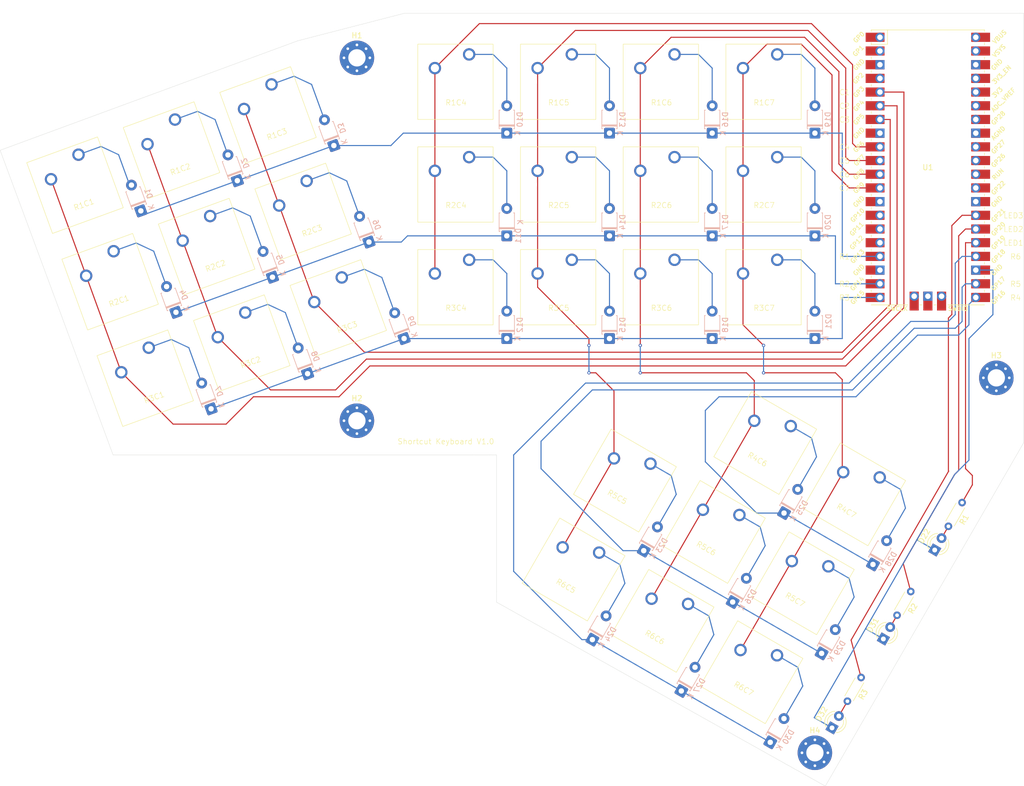
<source format=kicad_pcb>
(kicad_pcb (version 20241229) (generator "pcbnew") (generator_version "9.0")
  (layers (0 "F.Cu" signal) (2 "B.Cu" signal) (13 "F.Paste" user) (15 "B.Paste" user) (5 "F.SilkS" user "F.Silkscreen") (7 "B.SilkS" user "B.Silkscreen") (1 "F.Mask" user) (3 "B.Mask" user) (25 "Edge.Cuts" user))
  (net 0 "")
  (net 1 "Row1")
  (net 2 "Net-(D1-A)")
  (net 3 "Net-(D2-A)")
  (net 4 "Net-(D3-A)")
  (net 5 "Net-(D4-A)")
  (net 6 "Row2")
  (net 7 "Net-(D5-A)")
  (net 8 "Net-(D6-A)")
  (net 9 "Row3")
  (net 10 "Net-(D7-A)")
  (net 11 "Net-(D8-A)")
  (net 12 "Net-(D9-A)")
  (net 13 "Net-(D10-A)")
  (net 14 "Net-(D11-A)")
  (net 15 "Net-(D12-A)")
  (net 16 "Net-(D13-A)")
  (net 17 "Net-(D14-A)")
  (net 18 "Net-(D15-A)")
  (net 19 "Net-(D16-A)")
  (net 20 "Net-(D17-A)")
  (net 21 "Net-(D18-A)")
  (net 22 "Net-(D19-A)")
  (net 23 "Net-(D20-A)")
  (net 24 "Net-(D21-A)")
  (net 25 "Net-(D23-A)")
  (net 26 "Net-(D24-A)")
  (net 27 "Net-(D25-A)")
  (net 28 "Net-(D26-A)")
  (net 29 "Net-(D27-A)")
  (net 30 "Net-(D28-A)")
  (net 31 "Net-(D29-A)")
  (net 32 "Net-(D30-A)")
  (net 33 "Col1")
  (net 34 "Col2")
  (net 35 "Col3")
  (net 36 "Col4")
  (net 37 "Col5")
  (net 42 "Row5")
  (net 43 "Row6")
  (net 49 "Row4")
  (net 57 "Col6")
  (net 60 "Col7")
  (net 69 "GND")
  (net 70 "Net-(D22-A)")
  (net 71 "Net-(D31-A)")
  (net 72 "Net-(D32-A)")
  (net 73 "LED1")
  (net 74 "LED2")
  (net 75 "LED3")
  (footprint "PCM_marbastlib-mx:SW_MX_1u" (layer "F.Cu") (at 78.90073 35.974879 20)
    (property "Reference" "MX3" (hide yes))
    (property "Value" "MX_SW_solder")
  )
  (footprint "MCU_RaspberryPi_and_Boards:RPi_Pico_SMD_TH" (layer "F.Cu") (at 201.295 45.72)
    (property "Reference" "U1")
    (property "Value" "Pico")
  )
  (footprint "PCM_marbastlib-mx:SW_MX_1u" (layer "F.Cu") (at 113.665 29.845)
    (property "Reference" "MX10" (hide yes))
    (property "Value" "MX_SW_solder")
  )
  (footprint "PCM_marbastlib-mx:SW_MX_1u" (layer "F.Cu") (at 171.126404 96.831404 -30)
    (property "Reference" "MX25" (hide yes))
    (property "Value" "MX_SW_solder")
  )
  (footprint "LED_THT:LED_D3.0mm" (layer "F.Cu") (at 202.565 116.694285 60)
    (property "Reference" "D22")
    (property "Value" "LED")
  )
  (footprint "LED_THT:LED_D3.0mm" (layer "F.Cu") (at 183.515 149.689853 60)
    (property "Reference" "D32")
    (property "Value" "LED")
  )
  (footprint "PCM_marbastlib-mx:SW_MX_1u" (layer "F.Cu") (at 178.099188 122.854188 -30)
    (property "Reference" "MX29" (hide yes))
    (property "Value" "MX_SW_solder")
  )
  (footprint "PCM_marbastlib-mx:SW_MX_1u" (layer "F.Cu") (at 132.715 67.945)
    (property "Reference" "MX15" (hide yes))
    (property "Value" "MX_SW_solder")
  )
  (footprint "Resistor_THT:R_Axial_DIN0204_L3.6mm_D1.6mm_P5.08mm_Horizontal" (layer "F.Cu") (at 198.12 124.393251 -120)
    (property "Reference" "R2")
    (property "Value" "R")
  )
  (footprint "PCM_marbastlib-mx:SW_MX_1u" (layer "F.Cu") (at 170.815 29.845)
    (property "Reference" "MX19" (hide yes))
    (property "Value" "MX_SW_solder")
  )
  (footprint "PCM_marbastlib-mx:SW_MX_1u" (layer "F.Cu") (at 151.765 29.845)
    (property "Reference" "MX16" (hide yes))
    (property "Value" "MX_SW_solder")
  )
  (footprint "PCM_marbastlib-mx:SW_MX_1u" (layer "F.Cu") (at 49.613925 66.906991 20)
    (property "Reference" "MX4" (hide yes))
    (property "Value" "MX_SW_solder")
  )
  (footprint "MountingHole:MountingHole_3.2mm_M3_Pad_Via" (layer "F.Cu") (at 95.39 25.4)
    (property "Reference" "H1")
    (property "Value" "MountingHole")
  )
  (footprint "PCM_marbastlib-mx:SW_MX_1u" (layer "F.Cu") (at 151.765 48.895)
    (property "Reference" "MX17" (hide yes))
    (property "Value" "MX_SW_solder")
  )
  (footprint "PCM_marbastlib-mx:SW_MX_1u" (layer "F.Cu") (at 74.030553 78.292651 20)
    (property "Reference" "MX8" (hide yes))
    (property "Value" "MX_SW_solder")
  )
  (footprint "PCM_marbastlib-mx:SW_MX_1u" (layer "F.Cu") (at 145.10362 103.804188 -30)
    (property "Reference" "MX23" (hide yes))
    (property "Value" "MX_SW_solder")
  )
  (footprint "PCM_marbastlib-mx:SW_MX_1u" (layer "F.Cu") (at 151.765 67.945)
    (property "Reference" "MX18" (hide yes))
    (property "Value" "MX_SW_solder")
  )
  (footprint "PCM_marbastlib-mx:SW_MX_1u" (layer "F.Cu") (at 135.57862 120.301972 -30)
    (property "Reference" "MX24" (hide yes))
    (property "Value" "MX_SW_solder")
  )
  (footprint "PCM_marbastlib-mx:SW_MX_1u" (layer "F.Cu") (at 91.931697 71.777167 20)
    (property "Reference" "MX9" (hide yes))
    (property "Value" "MX_SW_solder")
  )
  (footprint "MountingHole:MountingHole_3.2mm_M3_Pad_Via" (layer "F.Cu") (at 213.995 84.76)
    (property "Reference" "H3")
    (property "Value" "MountingHole")
  )
  (footprint "PCM_marbastlib-mx:SW_MX_1u" (layer "F.Cu") (at 170.815 48.895)
    (property "Reference" "MX20" (hide yes))
    (property "Value" "MX_SW_solder")
  )
  (footprint "Resistor_THT:R_Axial_DIN0204_L3.6mm_D1.6mm_P5.08mm_Horizontal" (layer "F.Cu") (at 207.645 107.895467 -120)
    (property "Reference" "R1")
    (property "Value" "R")
  )
  (footprint "PCM_marbastlib-mx:SW_MX_1u" (layer "F.Cu") (at 113.665 48.895)
    (property "Reference" "MX11" (hide yes))
    (property "Value" "MX_SW_solder")
  )
  (footprint "MountingHole:MountingHole_3.2mm_M3_Pad_Via" (layer "F.Cu") (at 95.39 92.71)
    (property "Reference" "H2")
    (property "Value" "MountingHole")
  )
  (footprint "LED_THT:LED_D3.0mm" (layer "F.Cu") (at 193.04 133.192069 60)
    (property "Reference" "D31")
    (property "Value" "LED")
  )
  (footprint "Resistor_THT:R_Axial_DIN0204_L3.6mm_D1.6mm_P5.08mm_Horizontal" (layer "F.Cu") (at 188.9125 140.341109 -120)
    (property "Reference" "R3")
    (property "Value" "R")
  )
  (footprint "PCM_marbastlib-mx:SW_MX_1u" (layer "F.Cu") (at 85.416214 53.876023 20)
    (property "Reference" "MX6" (hide yes))
    (property "Value" "MX_SW_solder")
  )
  (footprint "PCM_marbastlib-mx:SW_MX_1u" (layer "F.Cu") (at 113.665 67.945)
    (property "Reference" "MX12" (hide yes))
    (property "Value" "MX_SW_solder")
  )
  (footprint "PCM_marbastlib-mx:SW_MX_1u" (layer "F.Cu") (at 56.129409 84.808135 20)
    (property "Reference" "MX7" (hide yes))
    (property "Value" "MX_SW_solder")
  )
  (footprint "PCM_marbastlib-mx:SW_MX_1u" (layer "F.Cu") (at 168.574188 139.351972 -30)
    (property "Reference" "MX30" (hide yes))
    (property "Value" "MX_SW_solder")
  )
  (footprint "PCM_marbastlib-mx:SW_MX_1u" (layer "F.Cu") (at 152.076404 129.826972 -30)
    (property "Reference" "MX27" (hide yes))
    (property "Value" "MX_SW_solder")
  )
  (footprint "PCM_marbastlib-mx:SW_MX_1u" (layer "F.Cu") (at 60.999586 42.490362 20)
    (property "Reference" "MX2" (hide yes))
    (property "Value" "MX_SW_solder")
  )
  (footprint "PCM_marbastlib-mx:SW_MX_1u" (layer "F.Cu") (at 161.601404 113.329188 -30)
    (property "Reference" "MX26" (hide yes))
    (property "Value" "MX_SW_solder")
  )
  (footprint "PCM_marbastlib-mx:SW_MX_1u" (layer "F.Cu") (at 170.815 67.945)
    (property "Reference" "MX21" (hide yes))
    (property "Value" "MX_SW_solder")
  )
  (footprint "PCM_marbastlib-mx:SW_MX_1u" (layer "F.Cu") (at 43.098441 49.005846 20)
    (property "Reference" "MX1" (hide yes))
    (property "Value" "MX_SW_solder")
  )
  (footprint "PCM_marbastlib-mx:SW_MX_1u" (layer "F.Cu") (at 67.515069 60.391507 20)
    (property "Reference" "MX5" (hide yes))
    (property "Value" "MX_SW_solder")
  )
  (footprint "PCM_marbastlib-mx:SW_MX_1u" (layer "F.Cu") (at 187.624188 106.356404 -30)
    (property "Reference" "MX28" (hide yes))
    (property "Value" "MX_SW_solder")
  )
  (footprint "PCM_marbastlib-mx:SW_MX_1u" (layer "F.Cu") (at 132.715 48.895)
    (property "Reference" "MX14" (hide yes))
    (property "Value" "MX_SW_solder")
  )
  (footprint "MountingHole:MountingHole_3.2mm_M3_Pad_Via" (layer "F.Cu") (at 180.34 154.305)
    (property "Reference" "H4")
    (property "Value" "MountingHole")
  )
  (footprint "PCM_marbastlib-mx:SW_MX_1u" (layer "F.Cu") (at 132.715 29.845)
    (property "Reference" "MX13" (hide yes))
    (property "Value" "MX_SW_solder")
  )
  (footprint "Diode_THT:D_T-1_P5.08mm_Horizontal" (layer "B.Cu") (at 142.24 39.37 90)
    (property "Reference" "D13")
    (property "Value" "D_Small")
  )
  (footprint "Diode_THT:D_T-1_P5.08mm_Horizontal" (layer "B.Cu") (at 180.34 39.37 90)
    (property "Reference" "D19")
    (property "Value" "D_Small")
  )
  (footprint "Diode_THT:D_T-1_P5.08mm_Horizontal" (layer "B.Cu") (at 148.590012 116.81558 60)
    (property "Reference" "D23")
    (property "Value" "D_Small")
  )
  (footprint "Diode_THT:D_T-1_P5.08mm_Horizontal" (layer "B.Cu") (at 104.140012 77.469998 110)
    (property "Reference" "D9")
    (property "Value" "D_Small")
  )
  (footprint "Diode_THT:D_T-1_P5.08mm_Horizontal" (layer "B.Cu") (at 97.624528 59.568853 110)
    (property "Reference" "D6")
    (property "Value" "D_Small")
  )
  (footprint "Diode_THT:D_T-1_P5.08mm_Horizontal" (layer "B.Cu") (at 139.065012 133.313364 60)
    (property "Reference" "D24")
    (property "Value" "D_Small")
  )
  (footprint "Diode_THT:D_T-1_P5.08mm_Horizontal" (layer "B.Cu") (at 142.24 58.42 90)
    (property "Reference" "D14")
    (property "Value" "D_Small")
  )
  (footprint "Diode_THT:D_T-1_P5.08mm_Horizontal" (layer "B.Cu") (at 86.238867 83.985482 110)
    (property "Reference" "D8")
    (property "Value" "D_Small")
  )
  (footprint "Diode_THT:D_T-1_P5.08mm_Horizontal" (layer "B.Cu") (at 174.612796 109.842796 60)
    (property "Reference" "D25")
    (property "Value" "D_Small")
  )
  (footprint "Diode_THT:D_T-1_P5.08mm_Horizontal" (layer "B.Cu") (at 191.11058 119.367796 60)
    (property "Reference" "D28")
    (property "Value" "D_Small")
  )
  (footprint "Diode_THT:D_T-1_P5.08mm_Horizontal" (layer "B.Cu") (at 161.29 58.42 90)
    (property "Reference" "D17")
    (property "Value" "D_Small")
  )
  (footprint "Diode_THT:D_T-1_P5.08mm_Horizontal" (layer "B.Cu") (at 91.109044 41.667709 110)
    (property "Reference" "D3")
    (property "Value" "D_Small")
  )
  (footprint "Diode_THT:D_T-1_P5.08mm_Horizontal" (layer "B.Cu") (at 180.34 77.47 90)
    (property "Reference" "D21")
    (property "Value" "D_Small")
  )
  (footprint "Diode_THT:D_T-1_P5.08mm_Horizontal" (layer "B.Cu") (at 172.06058 152.363364 60)
    (property "Reference" "D30")
    (property "Value" "D_Small")
  )
  (footprint "Diode_THT:D_T-1_P5.08mm_Horizontal" (layer "B.Cu") (at 165.087796 126.34058 60)
    (property "Reference" "D26")
    (property "Value" "D_Small")
  )
  (footprint "Diode_THT:D_T-1_P5.08mm_Horizontal" (layer "B.Cu") (at 73.2079 48.183193 110)
    (property "Reference" "D2")
    (property "Value" "D_Small")
  )
  (footprint "Diode_THT:D_T-1_P5.08mm_Horizontal" (layer "B.Cu") (at 123.19 77.47 90)
    (property "Reference" "D12")
    (property "Value" "D_Small")
  )
  (footprint "Diode_THT:D_T-1_P5.08mm_Horizontal" (layer "B.Cu") (at 61.822239 72.599821 110)
    (property "Reference" "D4")
    (property "Value" "D_Small")
  )
  (footprint "Diode_THT:D_T-1_P5.08mm_Horizontal" (layer "B.Cu") (at 161.29 77.47 90)
    (property "Reference" "D18")
    (property "Value" "D_Small")
  )
  (footprint "Diode_THT:D_T-1_P5.08mm_Horizontal" (layer "B.Cu") (at 180.34 58.42 90)
    (property "Reference" "D20")
    (property "Value" "D_Small")
  )
  (footprint "Diode_THT:D_T-1_P5.08mm_Horizontal" (layer "B.Cu") (at 155.562796 142.838364 60)
    (property "Reference" "D27")
    (property "Value" "D_Small")
  )
  (footprint "Diode_THT:D_T-1_P5.08mm_Horizontal" (layer "B.Cu") (at 181.58558 135.86558 60)
    (property "Reference" "D29")
    (property "Value" "D_Small")
  )
  (footprint "Diode_THT:D_T-1_P5.08mm_Horizontal" (layer "B.Cu") (at 123.19 39.37 90)
    (property "Reference" "D10")
    (property "Value" "D_Small")
  )
  (footprint "Diode_THT:D_T-1_P5.08mm_Horizontal" (layer "B.Cu") (at 79.723383 66.084337 110)
    (property "Reference" "D5")
    (property "Value" "D_Small")
  )
  (footprint "Diode_THT:D_T-1_P5.08mm_Horizontal" (layer "B.Cu") (at 68.337723 90.500965 110)
    (property "Reference" "D7")
    (property "Value" "D_Small")
  )
  (footprint "Diode_THT:D_T-1_P5.08mm_Horizontal" (layer "B.Cu") (at 123.19 58.42 90)
    (property "Reference" "D11")
    (property "Value" "D_Small")
  )
  (footprint "Diode_THT:D_T-1_P5.08mm_Horizontal" (layer "B.Cu") (at 55.306755 53.779485 110)
    (property "Reference" "D1")
    (property "Value" "D_Small")
  )
  (footprint "Diode_THT:D_T-1_P5.08mm_Horizontal" (layer "B.Cu") (at 142.24 77.47 90)
    (property "Reference" "D15")
    (property "Value" "D_Small")
  )
  (footprint "Diode_THT:D_T-1_P5.08mm_Horizontal" (layer "B.Cu") (at 161.29 39.37 90)
    (property "Reference" "D16")
    (property "Value" "D_Small")
  )
  (gr_line (start 185.42 102.235) (end 185.42 85.09) (stroke (width 0.2)) (layer "F.Cu") (net 60))
  (gr_poly (pts (xy 52.046495 38.331349) (xy 65.174001 33.553328) (xy 69.952022 46.680834) (xy 56.824516 51.458855)) (stroke (width 0.1)) (fill no) (layer "F.SilkS"))
  (gr_poly (pts (xy 185.069409 96.823842) (xy 197.167784 103.808842) (xy 190.182784 115.907217) (xy 178.084409 108.922217)) (stroke (width 0.1)) (fill no) (layer "F.SilkS"))
  (gr_rect (start 106.68 22.86) (end 120.65 36.83) (stroke (width 0.1)) (fill no) (layer "F.SilkS"))
  (gr_poly (pts (xy 142.548842 94.271626) (xy 154.647217 101.256626) (xy 147.662217 113.355) (xy 135.563842 106.37)) (stroke (width 0.1)) (fill no) (layer "F.SilkS"))
  (gr_poly (pts (xy 40.660834 62.747977) (xy 53.78834 57.969956) (xy 58.566361 71.097462) (xy 45.438855 75.875483)) (stroke (width 0.1)) (fill no) (layer "F.SilkS"))
  (gr_poly (pts (xy 65.077462 74.133638) (xy 78.204968 69.355617) (xy 82.982989 82.483123) (xy 69.855483 87.261144)) (stroke (width 0.1)) (fill no) (layer "F.SilkS"))
  (gr_rect (start 125.73 22.86) (end 139.7 36.83) (stroke (width 0.1)) (fill no) (layer "F.SilkS"))
  (gr_rect (start 106.68 41.91) (end 120.65 55.88) (stroke (width 0.1)) (fill no) (layer "F.SilkS"))
  (gr_rect (start 144.78 60.96) (end 158.75 74.93) (stroke (width 0.1)) (fill no) (layer "F.SilkS"))
  (gr_poly (pts (xy 82.978606 67.618154) (xy 96.106112 62.840133) (xy 100.884134 75.967639) (xy 87.756628 80.74566)) (stroke (width 0.1)) (fill no) (layer "F.SilkS"))
  (gr_poly (pts (xy 34.14535 44.846833) (xy 47.272856 40.068812) (xy 52.050878 53.196318) (xy 38.923372 57.974339)) (stroke (width 0.1)) (fill no) (layer "F.SilkS"))
  (gr_poly (pts (xy 175.544409 113.321626) (xy 187.642784 120.306626) (xy 180.657784 132.405) (xy 168.559409 125.42)) (stroke (width 0.1)) (fill no) (layer "F.SilkS"))
  (gr_poly (pts (xy 159.046626 103.796626) (xy 171.145 110.781626) (xy 164.16 122.88) (xy 152.061626 115.895)) (stroke (width 0.1)) (fill no) (layer "F.SilkS"))
  (gr_poly (pts (xy 166.019409 129.819409) (xy 178.117784 136.804409) (xy 171.132784 148.902784) (xy 159.034409 141.917784)) (stroke (width 0.1)) (fill no) (layer "F.SilkS"))
  (gr_rect (start 144.78 22.86) (end 158.75 36.83) (stroke (width 0.1)) (fill no) (layer "F.SilkS"))
  (gr_rect (start 144.78 41.91) (end 158.75 55.88) (stroke (width 0.1)) (fill no) (layer "F.SilkS"))
  (gr_poly (pts (xy 149.521626 120.294409) (xy 161.62 127.279409) (xy 154.635 139.377784) (xy 142.536626 132.392784)) (stroke (width 0.1)) (fill no) (layer "F.SilkS"))
  (gr_poly (pts (xy 168.571626 87.298842) (xy 180.67 94.283842) (xy 173.685 106.382217) (xy 161.586626 99.397217)) (stroke (width 0.1)) (fill no) (layer "F.SilkS"))
  (gr_rect (start 163.83 41.91) (end 177.8 55.88) (stroke (width 0.1)) (fill no) (layer "F.SilkS"))
  (gr_rect (start 163.83 60.96) (end 177.8 74.93) (stroke (width 0.1)) (fill no) (layer "F.SilkS"))
  (gr_poly (pts (xy 58.561978 56.232494) (xy 71.689484 51.454472) (xy 76.467506 64.581978) (xy 63.34 69.36)) (stroke (width 0.1)) (fill no) (layer "F.SilkS"))
  (gr_poly (pts (xy 76.463123 49.71701) (xy 89.590629 44.938989) (xy 94.36865 58.066495) (xy 81.241144 62.844516)) (stroke (width 0.1)) (fill no) (layer "F.SilkS"))
  (gr_rect (start 125.73 60.96) (end 139.7 74.93) (stroke (width 0.1)) (fill no) (layer "F.SilkS"))
  (gr_rect (start 163.83 22.86) (end 177.8 36.83) (stroke (width 0.1)) (fill no) (layer "F.SilkS"))
  (gr_rect (start 106.68 60.96) (end 120.65 74.93) (stroke (width 0.1)) (fill no) (layer "F.SilkS"))
  (gr_poly (pts (xy 133.023842 110.769409) (xy 145.122217 117.754409) (xy 138.137217 129.852784) (xy 126.038842 122.867784)) (stroke (width 0.1)) (fill no) (layer "F.SilkS"))
  (gr_rect (start 125.73 41.91) (end 139.7 55.88) (stroke (width 0.1)) (fill no) (layer "F.SilkS"))
  (gr_poly (pts (xy 69.947639 31.815866) (xy 83.075145 27.037844) (xy 87.853166 40.16535) (xy 74.72566 44.943372)) (stroke (width 0.1)) (fill no) (layer "F.SilkS"))
  (gr_poly (pts (xy 47.176318 80.649122) (xy 60.303824 75.8711) (xy 65.081845 88.998606) (xy 51.954339 93.776628)) (stroke (width 0.1)) (fill no) (layer "F.SilkS"))
  (gr_line (start 182.275 160.485) (end 219.095 96.745) (stroke (width 0.05)) (layer "Edge.Cuts"))
  (gr_line (start 29.21 42.545) (end 84.455 22.225) (stroke (width 0.05)) (layer "Edge.Cuts"))
  (gr_line (start 174.625 156.21) (end 182.275 160.485) (stroke (width 0.05)) (layer "Edge.Cuts"))
  (gr_line (start 50.165 99.06) (end 116.84 99.06) (stroke (width 0.05)) (layer "Edge.Cuts"))
  (gr_line (start 84.455 22.225) (end 104.14 17.145) (stroke (width 0.05)) (layer "Edge.Cuts"))
  (gr_line (start 116.84 99.06) (end 120.015 99.06) (stroke (width 0.05)) (layer "Edge.Cuts"))
  (gr_line (start 29.21 42.545) (end 50.165 99.06) (stroke (width 0.05)) (layer "Edge.Cuts"))
  (gr_line (start 120.015 99.06) (end 121.285 99.06) (stroke (width 0.05)) (layer "Edge.Cuts"))
  (gr_line (start 121.285 126.365) (end 174.625 156.21) (stroke (width 0.05)) (layer "Edge.Cuts"))
  (gr_line (start 219.095 96.745) (end 219.075 17.145) (stroke (width 0.05)) (layer "Edge.Cuts"))
  (gr_line (start 121.285 124.46) (end 121.285 126.365) (stroke (width 0.05)) (layer "Edge.Cuts"))
  (gr_line (start 121.285 99.06) (end 121.285 124.46) (stroke (width 0.05)) (layer "Edge.Cuts"))
  (gr_line (start 104.14 17.145) (end 218.44 17.145) (stroke (width 0.05)) (layer "Edge.Cuts"))
  (gr_line (start 219.075 17.145) (end 218.44 17.145) (stroke (width 0.05)) (layer "Edge.Cuts"))
  (gr_text "R1C6" (at 149.86 34.29 0) (layer "F.SilkS") (effects (font (size 1 1) (thickness 0.1)) (justify left bottom)))
  (gr_text "R3C2" (at 73.982112 83.136805 20) (layer "F.SilkS") (effects (font (size 1 1) (thickness 0.1)) (justify left bottom)))
  (gr_text "C6" (at 184.785 47.625 0) (layer "F.SilkS") (effects (font (size 1 1) (thickness 0.1)) (justify left bottom)))
  (gr_text "R2C1" (at 49.565484 71.751145 20) (layer "F.SilkS") (effects (font (size 1 1) (thickness 0.1)) (justify left bottom)))
  (gr_text "R4C7" (at 184.15 108.922217 330) (layer "F.SilkS") (effects (font (size 1 1) (thickness 0.1)) (justify left bottom)))
  (gr_text "C1" (at 184.785 32.385 0) (layer "F.SilkS") (effects (font (size 1 1) (thickness 0.1)) (justify left bottom)))
  (gr_text "C4" (at 184.785 42.545 0) (layer "F.SilkS") (effects (font (size 1 1) (thickness 0.1)) (justify left bottom)))
  (gr_text "R2C4" (at 111.76 53.34 0) (layer "F.SilkS") (effects (font (size 1 1) (thickness 0.1)) (justify left bottom)))
  (gr_text "R6C6" (at 148.602216 132.392785 330) (layer "F.SilkS") (effects (font (size 1 1) (thickness 0.1)) (justify left bottom)))
  (gr_text "R3C3" (at 91.883256 76.621322 20) (layer "F.SilkS") (effects (font (size 1 1) (thickness 0.1)) (justify left bottom)))
  (gr_text "R5C7" (at 174.625 125.420001 330) (layer "F.SilkS") (effects (font (size 1 1) (thickness 0.1)) (justify left bottom)))
  (gr_text "LED1" (at 215.265 60.325 0) (layer "F.SilkS") (effects (font (size 1 1) (thickness 0.1)) (justify left bottom)))
  (gr_text "R1C7" (at 168.91 34.29 0) (layer "F.SilkS") (effects (font (size 1 1) (thickness 0.1)) (justify left bottom)))
  (gr_text "Shortcut Keyboard V1.0" (at 102.87 97.155 0) (layer "F.SilkS") (effects (font (size 1 1) (thickness 0.1)) (justify left bottom)))
  (gr_text "C3" (at 184.785 37.465 0) (layer "F.SilkS") (effects (font (size 1 1) (thickness 0.1)) (justify left bottom)))
  (gr_text "R2" (at 184.785 67.945 0) (layer "F.SilkS") (effects (font (size 1 1) (thickness 0.1)) (justify left bottom)))
  (gr_text "R5C6" (at 158.127216 115.895001 330) (layer "F.SilkS") (effects (font (size 1 1) (thickness 0.1)) (justify left bottom)))
  (gr_text "R4" (at 216.535 70.485 0) (layer "F.SilkS") (effects (font (size 1 1) (thickness 0.1)) (justify left bottom)))
  (gr_text "R4C6" (at 167.652216 99.397217 330) (layer "F.SilkS") (effects (font (size 1 1) (thickness 0.1)) (justify left bottom)))
  (gr_text "R1C5" (at 130.81 34.29 0) (layer "F.SilkS") (effects (font (size 1 1) (thickness 0.1)) (justify left bottom)))
  (gr_text "R3" (at 184.785 70.485 0) (layer "F.SilkS") (effects (font (size 1 1) (thickness 0.1)) (justify left bottom)))
  (gr_text "R2C7" (at 168.91 53.34 0) (layer "F.SilkS") (effects (font (size 1 1) (thickness 0.1)) (justify left bottom)))
  (gr_text "R1C2" (at 60.951144 47.334516 20) (layer "F.SilkS") (effects (font (size 1 1) (thickness 0.1)) (justify left bottom)))
  (gr_text "R3C6" (at 149.86 72.39 0) (layer "F.SilkS") (effects (font (size 1 1) (thickness 0.1)) (justify left bottom)))
  (gr_text "C2" (at 184.785 34.925 0) (layer "F.SilkS") (effects (font (size 1 1) (thickness 0.1)) (justify left bottom)))
  (gr_text "LED2" (at 215.265 57.785 0) (layer "F.SilkS") (effects (font (size 1 1) (thickness 0.1)) (justify left bottom)))
  (gr_text "R6" (at 216.535 62.865 0) (layer "F.SilkS") (effects (font (size 1 1) (thickness 0.1)) (justify left bottom)))
  (gr_text "R1" (at 184.785 62.865 0) (layer "F.SilkS") (effects (font (size 1 1) (thickness 0.1)) (justify left bottom)))
  (gr_text "R2C2" (at 67.466628 65.235661 20) (layer "F.SilkS") (effects (font (size 1 1) (thickness 0.1)) (justify left bottom)))
  (gr_text "R1C1" (at 43.05 53.85 20) (layer "F.SilkS") (effects (font (size 1 1) (thickness 0.1)) (justify left bottom)))
  (gr_text "R2C3" (at 85.367773 58.720177 20) (layer "F.SilkS") (effects (font (size 1 1) (thickness 0.1)) (justify left bottom)))
  (gr_text "R3C7" (at 168.91 72.39 0) (layer "F.SilkS") (effects (font (size 1 1) (thickness 0.1)) (justify left bottom)))
  (gr_text "R2C6" (at 149.86 53.34 0) (layer "F.SilkS") (effects (font (size 1 1) (thickness 0.1)) (justify left bottom)))
  (gr_text "R5" (at 216.535 67.945 0) (layer "F.SilkS") (effects (font (size 1 1) (thickness 0.1)) (justify left bottom)))
  (gr_text "R5C5" (at 141.629432 106.370001 330) (layer "F.SilkS") (effects (font (size 1 1) (thickness 0.1)) (justify left bottom)))
  (gr_text "R2C5" (at 130.81 53.34 0) (layer "F.SilkS") (effects (font (size 1 1) (thickness 0.1)) (justify left bottom)))
  (gr_text "R6C5" (at 132.104432 122.867785 330) (layer "F.SilkS") (effects (font (size 1 1) (thickness 0.1)) (justify left bottom)))
  (gr_text "R1C3" (at 78.852289 40.819033 20) (layer "F.SilkS") (effects (font (size 1 1) (thickness 0.1)) (justify left bottom)))
  (gr_text "R3C4" (at 111.76 72.39 0) (layer "F.SilkS") (effects (font (size 1 1) (thickness 0.1)) (justify left bottom)))
  (gr_text "R6C7" (at 165.1 141.917785 330) (layer "F.SilkS") (effects (font (size 1 1) (thickness 0.1)) (justify left bottom)))
  (gr_text "C5" (at 184.785 45.085 0) (layer "F.SilkS") (effects (font (size 1 1) (thickness 0.1)) (justify left bottom)))
  (gr_text "R3C1" (at 56.080968 89.652289 20) (layer "F.SilkS") (effects (font (size 1 1) (thickness 0.1)) (justify left bottom)))
  (gr_text "C7" (at 184.785 50.165 0) (layer "F.SilkS") (effects (font (size 1 1) (thickness 0.1)) (justify left bottom)))
  (gr_text "R3C5" (at 130.81 72.39 0) (layer "F.SilkS") (effects (font (size 1 1) (thickness 0.1)) (justify left bottom)))
  (gr_text "LED3" (at 215.265 55.245 0) (layer "F.SilkS") (effects (font (size 1 1) (thickness 0.1)) (justify left bottom)))
  (gr_text "R1C4" (at 111.76 34.29 0) (layer "F.SilkS") (effects (font (size 1 1) (thickness 0.1)) (justify left bottom)))
  (segment (start 161.29 39.37) (end 180.34 39.37) (width 0.2) (layer "B.Cu") (net 1))
  (segment (start 185.42 62.23) (end 192.405 62.23) (width 0.2) (layer "B.Cu") (net 1))
  (segment (start 123.19 39.37) (end 142.24 39.37) (width 0.2) (layer "B.Cu") (net 1))
  (segment (start 101.657709 41.667709) (end 101.675 41.685) (width 0.2) (layer "B.Cu") (net 1))
  (segment (start 185.42 39.37) (end 185.42 62.23) (width 0.2) (layer "B.Cu") (net 1))
  (segment (start 101.675 41.685) (end 103.99 39.37) (width 0.2) (layer "B.Cu") (net 1))
  (segment (start 73.2079 48.183193) (end 91.109044 41.667709) (width 0.2) (layer "B.Cu") (net 1))
  (segment (start 180.34 39.37) (end 185.42 39.37) (width 0.2) (layer "B.Cu") (net 1))
  (segment (start 91.109044 41.667709) (end 101.657709 41.667709) (width 0.2) (layer "B.Cu") (net 1))
  (segment (start 103.99 39.37) (end 123.19 39.37) (width 0.2) (layer "B.Cu") (net 1))
  (segment (start 142.24 39.37) (end 161.29 39.37) (width 0.2) (layer "B.Cu") (net 1))
  (segment (start 55.306755 54.698676) (end 73.2079 48.183193) (width 0.2) (layer "B.Cu") (net 1))
  (segment (start 43.747798 43.363476) (end 47.924732 41.843197) (width 0.2) (layer "B.Cu") (net 2))
  (segment (start 51.180282 43.361285) (end 53.569293 49.925038) (width 0.2) (layer "B.Cu") (net 2))
  (segment (start 47.924732 41.843197) (end 51.180282 43.361285) (width 0.2) (layer "B.Cu") (net 2))
  (segment (start 69.081427 36.845801) (end 71.470437 43.409554) (width 0.2) (layer "B.Cu") (net 3))
  (segment (start 65.825876 35.327713) (end 69.081427 36.845801) (width 0.2) (layer "B.Cu") (net 3))
  (segment (start 61.648943 36.847993) (end 65.825876 35.327713) (width 0.2) (layer "B.Cu") (net 3))
  (segment (start 83.727021 28.812229) (end 86.982571 30.330318) (width 0.2) (layer "B.Cu") (net 4))
  (segment (start 79.550087 30.332509) (end 83.727021 28.812229) (width 0.2) (layer "B.Cu") (net 4))
  (segment (start 86.982571 30.330318) (end 89.371582 36.89407) (width 0.2) (layer "B.Cu") (net 4))
  (segment (start 57.695766 61.262429) (end 60.084777 67.826182) (width 0.2) (layer "B.Cu") (net 5))
  (segment (start 54.440216 59.744341) (end 57.695766 61.262429) (width 0.2) (layer "B.Cu") (net 5))
  (segment (start 50.263282 61.264621) (end 54.440216 59.744341) (width 0.2) (layer "B.Cu") (net 5))
  (segment (start 184.15 58.42) (end 184.15 67.31) (width 0.2) (layer "B.Cu") (net 6))
  (segment (start 61.822239 72.599821) (end 79.723383 66.084337) (width 0.2) (layer "B.Cu") (net 6))
  (segment (start 142.24 58.42) (end 161.29 58.42) (width 0.2) (layer "B.Cu") (net 6))
  (segment (start 180.34 58.42) (end 184.15 58.42) (width 0.2) (layer "B.Cu") (net 6))
  (segment (start 103.626147 59.568853) (end 104.775 58.42) (width 0.2) (layer "B.Cu") (net 6))
  (segment (start 184.15 67.31) (end 192.405 67.31) (width 0.2) (layer "B.Cu") (net 6))
  (segment (start 104.775 58.42) (end 123.19 58.42) (width 0.2) (layer "B.Cu") (net 6))
  (segment (start 161.29 58.42) (end 180.34 58.42) (width 0.2) (layer "B.Cu") (net 6))
  (segment (start 123.19 58.42) (end 142.24 58.42) (width 0.2) (layer "B.Cu") (net 6))
  (segment (start 97.624528 59.568853) (end 103.626147 59.568853) (width 0.2) (layer "B.Cu") (net 6))
  (segment (start 79.723383 66.084337) (end 97.624528 59.568853) (width 0.2) (layer "B.Cu") (net 6))
  (segment (start 75.59691 54.746946) (end 77.985921 61.310699) (width 0.2) (layer "B.Cu") (net 7))
  (segment (start 68.164426 54.749137) (end 72.34136 53.228858) (width 0.2) (layer "B.Cu") (net 7))
  (segment (start 72.34136 53.228858) (end 75.59691 54.746946) (width 0.2) (layer "B.Cu") (net 7))
  (segment (start 93.498055 48.231462) (end 95.887066 54.795215) (width 0.2) (layer "B.Cu") (net 8))
  (segment (start 90.242504 46.713374) (end 93.498055 48.231462) (width 0.2) (layer "B.Cu") (net 8))
  (segment (start 86.065571 48.233653) (end 90.242504 46.713374) (width 0.2) (layer "B.Cu") (net 8))
  (segment (start 185.42 69.85) (end 192.405 69.85) (width 0.2) (layer "B.Cu") (net 9))
  (segment (start 185.42 77.47) (end 185.42 69.85) (width 0.2) (layer "B.Cu") (net 9))
  (segment (start 161.29 77.47) (end 180.34 77.47) (width 0.2) (layer "B.Cu") (net 9))
  (segment (start 142.24 77.47) (end 161.29 77.47) (width 0.2) (layer "B.Cu") (net 9))
  (segment (start 68.337723 90.500965) (end 86.238867 83.985482) (width 0.2) (layer "B.Cu") (net 9))
  (segment (start 180.34 77.47) (end 185.42 77.47) (width 0.2) (layer "B.Cu") (net 9))
  (segment (start 123.19 77.47) (end 142.24 77.47) (width 0.2) (layer "B.Cu") (net 9))
  (segment (start 86.238867 83.985482) (end 104.140012 77.469998) (width 0.2) (layer "B.Cu") (net 9))
  (segment (start 123.189998 77.469998) (end 123.19 77.47) (width 0.2) (layer "B.Cu") (net 9))
  (segment (start 104.140012 77.469998) (end 123.189998 77.469998) (width 0.2) (layer "B.Cu") (net 9))
  (segment (start 60.955699 77.645486) (end 64.21125 79.163574) (width 0.2) (layer "B.Cu") (net 10))
  (segment (start 56.778766 79.165765) (end 60.955699 77.645486) (width 0.2) (layer "B.Cu") (net 10))
  (segment (start 64.21125 79.163574) (end 66.60026 85.727327) (width 0.2) (layer "B.Cu") (net 10))
  (segment (start 82.112394 72.64809) (end 84.501405 79.211843) (width 0.2) (layer "B.Cu") (net 11))
  (segment (start 74.67991 72.650282) (end 78.856844 71.130002) (width 0.2) (layer "B.Cu") (net 11))
  (segment (start 78.856844 71.130002) (end 82.112394 72.64809) (width 0.2) (layer "B.Cu") (net 11))
  (segment (start 100.013539 66.132606) (end 102.402549 72.696359) (width 0.2) (layer "B.Cu") (net 12))
  (segment (start 92.581054 66.134798) (end 96.757988 64.614518) (width 0.2) (layer "B.Cu") (net 12))
  (segment (start 96.757988 64.614518) (end 100.013539 66.132606) (width 0.2) (layer "B.Cu") (net 12))
  (segment (start 123.19 27.305) (end 123.19 34.29) (width 0.2) (layer "B.Cu") (net 13))
  (segment (start 120.65 24.765) (end 123.19 27.305) (width 0.2) (layer "B.Cu") (net 13))
  (segment (start 116.205 24.765) (end 120.65 24.765) (width 0.2) (layer "B.Cu") (net 13))
  (segment (start 123.19 46.355) (end 123.19 53.34) (width 0.2) (layer "B.Cu") (net 14))
  (segment (start 120.65 43.815) (end 123.19 46.355) (width 0.2) (layer "B.Cu") (net 14))
  (segment (start 116.205 43.815) (end 120.65 43.815) (width 0.2) (layer "B.Cu") (net 14))
  (segment (start 116.205 62.865) (end 120.65 62.865) (width 0.2) (layer "B.Cu") (net 15))
  (segment (start 120.65 62.865) (end 123.19 65.405) (width 0.2) (layer "B.Cu") (net 15))
  (segment (start 123.19 65.405) (end 123.19 72.39) (width 0.2) (layer "B.Cu") (net 15))
  (segment (start 142.24 27.305) (end 142.24 34.29) (width 0.2) (layer "B.Cu") (net 16))
  (segment (start 135.255 24.765) (end 139.7 24.765) (width 0.2) (layer "B.Cu") (net 16))
  (segment (start 139.7 24.765) (end 142.24 27.305) (width 0.2) (layer "B.Cu") (net 16))
  (segment (start 139.7 43.815) (end 142.24 46.355) (width 0.2) (layer "B.Cu") (net 17))
  (segment (start 142.24 46.355) (end 142.24 53.34) (width 0.2) (layer "B.Cu") (net 17))
  (segment (start 135.255 43.815) (end 139.7 43.815) (width 0.2) (layer "B.Cu") (net 17))
  (segment (start 139.7 62.865) (end 142.24 65.405) (width 0.2) (layer "B.Cu") (net 18))
  (segment (start 135.255 62.865) (end 139.7 62.865) (width 0.2) (layer "B.Cu") (net 18))
  (segment (start 142.24 65.405) (end 142.24 72.39) (width 0.2) (layer "B.Cu") (net 18))
  (segment (start 154.305 24.765) (end 158.75 24.765) (width 0.2) (layer "B.Cu") (net 19))
  (segment (start 158.75 24.765) (end 161.29 27.305) (width 0.2) (layer "B.Cu") (net 19))
  (segment (start 161.29 27.305) (end 161.29 34.29) (width 0.2) (layer "B.Cu") (net 19))
  (segment (start 158.75 43.815) (end 161.29 46.355) (width 0.2) (layer "B.Cu") (net 20))
  (segment (start 161.29 46.355) (end 161.29 53.34) (width 0.2) (layer "B.Cu") (net 20))
  (segment (start 154.305 43.815) (end 158.75 43.815) (width 0.2) (layer "B.Cu") (net 20))
  (segment (start 154.305 62.865) (end 158.75 62.865) (width 0.2) (layer "B.Cu") (net 21))
  (segment (start 161.29 65.405) (end 161.29 72.39) (width 0.2) (layer "B.Cu") (net 21))
  (segment (start 158.75 62.865) (end 161.29 65.405) (width 0.2) (layer "B.Cu") (net 21))
  (segment (start 180.34 27.305) (end 180.34 34.29) (width 0.2) (layer "B.Cu") (net 22))
  (segment (start 173.355 24.765) (end 177.8 24.765) (width 0.2) (layer "B.Cu") (net 22))
  (segment (start 177.8 24.765) (end 180.34 27.305) (width 0.2) (layer "B.Cu") (net 22))
  (segment (start 173.355 43.815) (end 177.8 43.815) (width 0.2) (layer "B.Cu") (net 23))
  (segment (start 177.8 43.815) (end 180.34 46.355) (width 0.2) (layer "B.Cu") (net 23))
  (segment (start 180.34 46.355) (end 180.34 53.34) (width 0.2) (layer "B.Cu") (net 23))
  (segment (start 177.8 62.865) (end 180.34 65.405) (width 0.2) (layer "B.Cu") (net 24))
  (segment (start 173.355 62.865) (end 177.8 62.865) (width 0.2) (layer "B.Cu") (net 24))
  (segment (start 180.34 65.405) (end 180.34 72.39) (width 0.2) (layer "B.Cu") (net 24))
  (segment (start 153.692808 102.897279) (end 154.622512 106.366984) (width 0.2) (layer "B.Cu") (net 25))
  (segment (start 149.843325 100.674779) (end 153.692808 102.897279) (width 0.2) (layer "B.Cu") (net 25))
  (segment (start 154.622512 106.366984) (end 151.130012 112.416171) (width 0.2) (layer "B.Cu") (net 25))
  (segment (start 145.097512 122.864767) (end 141.605012 128.913955) (width 0.2) (layer "B.Cu") (net 26))
  (segment (start 144.167808 119.395063) (end 145.097512 122.864767) (width 0.2) (layer "B.Cu") (net 26))
  (segment (start 140.318325 117.172563) (end 144.167808 119.395063) (width 0.2) (layer "B.Cu") (net 26))
  (segment (start 175.866109 93.701995) (end 179.715591 95.924495) (width 0.2) (layer "B.Cu") (net 27))
  (segment (start 180.645296 99.3942) (end 177.152796 105.443387) (width 0.2) (layer "B.Cu") (net 27))
  (segment (start 179.715591 95.924495) (end 180.645296 99.3942) (width 0.2) (layer "B.Cu") (net 27))
  (segment (start 166.341109 110.199779) (end 170.190591 112.422279) (width 0.2) (layer "B.Cu") (net 28))
  (segment (start 171.120296 115.891984) (end 167.627796 121.941171) (width 0.2) (layer "B.Cu") (net 28))
  (segment (start 170.190591 112.422279) (end 171.120296 115.891984) (width 0.2) (layer "B.Cu") (net 28))
  (segment (start 156.816109 126.697563) (end 160.665591 128.920063) (width 0.2) (layer "B.Cu") (net 29))
  (segment (start 160.665591 128.920063) (end 161.595296 132.389767) (width 0.2) (layer "B.Cu") (net 29))
  (segment (start 161.595296 132.389767) (end 158.102796 138.438955) (width 0.2) (layer "B.Cu") (net 29))
  (segment (start 196.213375 105.449495) (end 192.363892 103.226995) (width 0.2) (layer "B.Cu") (net 30))
  (segment (start 193.65058 114.968387) (end 197.14308 108.9192) (width 0.2) (layer "B.Cu") (net 30))
  (segment (start 197.14308 108.9192) (end 196.213375 105.449495) (width 0.2) (layer "B.Cu") (net 30))
  (segment (start 182.838892 119.724779) (end 186.688375 121.947279) (width 0.2) (layer "B.Cu") (net 31))
  (segment (start 187.61808 125.416984) (end 184.12558 131.466171) (width 0.2) (layer "B.Cu") (net 31))
  (segment (start 186.688375 121.947279) (end 187.61808 125.416984) (width 0.2) (layer "B.Cu") (net 31))
  (segment (start 173.313892 136.222563) (end 177.163375 138.445063) (width 0.2) (layer "B.Cu") (net 32))
  (segment (start 177.163375 138.445063) (end 178.09308 141.914767) (width 0.2) (layer "B.Cu") (net 32))
  (segment (start 178.09308 141.914767) (end 174.60058 147.963955) (width 0.2) (layer "B.Cu") (net 32))
  (segment (start 76.2 88.265) (end 92.075 88.265) (width 0.2) (layer "F.Cu") (net 33))
  (segment (start 51.680449 83.724412) (end 61.301037 93.345) (width 0.2) (layer "F.Cu") (net 33))
  (segment (start 71.12 93.345) (end 76.2 88.265) (width 0.2) (layer "F.Cu") (net 33))
  (segment (start 186.055 82.55) (end 196.85 71.755) (width 0.2) (layer "F.Cu") (net 33))
  (segment (start 97.79 82.55) (end 186.055 82.55) (width 0.2) (layer "F.Cu") (net 33))
  (segment (start 45.164965 65.823268) (end 51.680449 83.724412) (width 0.2) (layer "F.Cu") (net 33))
  (segment (start 92.075 88.265) (end 97.79 82.55) (width 0.2) (layer "F.Cu") (net 33))
  (segment (start 61.301037 93.345) (end 71.12 93.345) (width 0.2) (layer "F.Cu") (net 33))
  (segment (start 196.85 31.75) (end 192.405 31.75) (width 0.2) (layer "F.Cu") (net 33))
  (segment (start 38.649481 47.922124) (end 45.164965 65.823268) (width 0.2) (layer "F.Cu") (net 33))
  (segment (start 196.85 71.755) (end 196.85 31.75) (width 0.2) (layer "F.Cu") (net 33))
  (segment (start 69.581593 77.208928) (end 79.367665 86.995) (width 0.2) (layer "F.Cu") (net 34))
  (segment (start 195.58 71.12) (end 195.58 34.29) (width 0.2) (layer "F.Cu") (net 34))
  (segment (start 79.367665 86.995) (end 91.44 86.995) (width 0.2) (layer "F.Cu") (net 34))
  (segment (start 195.58 34.29) (end 192.405 34.29) (width 0.2) (layer "F.Cu") (net 34))
  (segment (start 56.550626 41.40664) (end 63.066109 59.307784) (width 0.2) (layer "F.Cu") (net 34))
  (segment (start 91.44 86.995) (end 97.155 81.28) (width 0.2) (layer "F.Cu") (net 34))
  (segment (start 185.42 81.28) (end 195.58 71.12) (width 0.2) (layer "F.Cu") (net 34))
  (segment (start 97.155 81.28) (end 185.42 81.28) (width 0.2) (layer "F.Cu") (net 34))
  (segment (start 63.066109 59.307784) (end 69.581593 77.208929) (width 0.2) (layer "F.Cu") (net 34))
  (segment (start 87.482737 70.693444) (end 96.799293 80.01) (width 0.2) (layer "F.Cu") (net 35))
  (segment (start 80.967254 52.792301) (end 87.482737 70.693445) (width 0.2) (layer "F.Cu") (net 35))
  (segment (start 74.45177 34.891156) (end 80.967254 52.792301) (width 0.2) (layer "F.Cu") (net 35))
  (segment (start 194.31 36.83) (end 192.405 36.83) (width 0.2) (layer "F.Cu") (net 35))
  (segment (start 96.799293 80.01) (end 185.42 80.01) (width 0.2) (layer "F.Cu") (net 35))
  (segment (start 194.31 71.12) (end 194.31 36.83) (width 0.2) (layer "F.Cu") (net 35))
  (segment (start 185.42 80.01) (end 194.31 71.12) (width 0.2) (layer "F.Cu") (net 35))
  (segment (start 187.325 41.275) (end 187.96 41.91) (width 0.2) (layer "F.Cu") (net 36))
  (segment (start 187.325 26.67) (end 187.325 41.275) (width 0.2) (layer "F.Cu") (net 36))
  (segment (start 109.855 27.305) (end 118.11 19.05) (width 0.2) (layer "F.Cu") (net 36))
  (segment (start 109.855 27.305) (end 109.855 46.355) (width 0.2) (layer "F.Cu") (net 36))
  (segment (start 187.96 41.91) (end 192.405 41.91) (width 0.2) (layer "F.Cu") (net 36))
  (segment (start 179.705 19.05) (end 187.325 26.67) (width 0.2) (layer "F.Cu") (net 36))
  (segment (start 118.11 19.05) (end 179.705 19.05) (width 0.2) (layer "F.Cu") (net 36))
  (segment (start 109.855 46.355) (end 109.855 65.405) (width 0.2) (layer "F.Cu") (net 36))
  (segment (start 139.7 83.82) (end 138.43 83.82) (width 0.2) (layer "F.Cu") (net 37))
  (segment (start 128.905 46.355) (end 128.905 65.405) (width 0.2) (layer "F.Cu") (net 37))
  (segment (start 186.055 27.305) (end 186.055 43.815) (width 0.2) (layer "F.Cu") (net 37))
  (segment (start 143.074063 99.699484) (end 133.549063 116.197267) (width 0.2) (layer "F.Cu") (net 37))
  (segment (start 143.074063 87.194063) (end 142.875 86.995) (width 0.2) (layer "F.Cu") (net 37))
  (segment (start 179.07 20.32) (end 186.055 27.305) (width 0.2) (layer "F.Cu") (net 37))
  (segment (start 128.905 65.405) (end 128.905 67.945) (width 0.2) (layer "F.Cu") (net 37))
  (segment (start 186.055 43.815) (end 186.69 44.45) (width 0.2) (layer "F.Cu") (net 37))
  (segment (start 143.074063 99.699483) (end 143.074063 87.194063) (width 0.2) (layer "F.Cu") (net 37))
  (segment (start 135.89 20.32) (end 179.07 20.32) (width 0.2) (layer "F.Cu") (net 37))
  (segment (start 138.43 77.47) (end 138.43 78.74) (width 0.2) (layer "F.Cu") (net 37))
  (segment (start 142.875 86.995) (end 139.7 83.82) (width 0.2) (layer "F.Cu") (net 37))
  (segment (start 137.795 76.835) (end 138.43 77.47) (width 0.2) (layer "F.Cu") (net 37))
  (segment (start 128.905 67.945) (end 137.795 76.835) (width 0.2) (layer "F.Cu") (net 37))
  (segment (start 128.905 27.305) (end 135.89 20.32) (width 0.2) (layer "F.Cu") (net 37))
  (segment (start 128.905 27.305) (end 128.905 46.355) (width 0.2) (layer "F.Cu") (net 37))
  (segment (start 186.69 44.45) (end 192.405 44.45) (width 0.2) (layer "F.Cu") (net 37))
  (via (at 138.43 83.82) (size 0.6) (drill 0.3) (layers "F.Cu" "B.Cu") (net 37))
  (via (at 138.43 78.74) (size 0.6) (drill 0.3) (layers "F.Cu" "B.Cu") (net 37))
  (segment (start 138.43 78.74) (end 138.43 83.82) (width 0.2) (layer "B.Cu") (net 37))
  (segment (start 148.590012 116.81558) (end 144.75558 116.81558) (width 0.2) (layer "B.Cu") (net 42))
  (segment (start 187.325 86.995) (end 198.755 75.565) (width 0.2) (layer "B.Cu") (net 42))
  (segment (start 198.755 75.565) (end 206.375 75.565) (width 0.2) (layer "B.Cu") (net 42))
  (segment (start 206.375 75.565) (end 207.645 74.295) (width 0.2) (layer "B.Cu") (net 42))
  (segment (start 148.590012 116.81558) (end 165.087796 126.34058) (width 0.2) (layer "B.Cu") (net 42))
  (segment (start 207.645 74.295) (end 207.645 67.945) (width 0.2) (layer "B.Cu") (net 42))
  (segment (start 129.54 101.6) (end 129.54 96.52) (width 0.2) (layer "B.Cu") (net 42))
  (segment (start 129.54 96.52) (end 139.065 86.995) (width 0.2) (layer "B.Cu") (net 42))
  (segment (start 144.75558 116.81558) (end 129.54 101.6) (width 0.2) (layer "B.Cu") (net 42))
  (segment (start 139.065 86.995) (end 187.325 86.995) (width 0.2) (layer "B.Cu") (net 42))
  (segment (start 207.645 67.945) (end 208.28 67.31) (width 0.2) (layer "B.Cu") (net 42))
  (segment (start 208.28 67.31) (end 210.185 67.31) (width 0.2) (layer "B.Cu") (net 42))
  (segment (start 165.087796 126.34058) (end 181.58558 135.86558) (width 0.2) (layer "B.Cu") (net 42))
  (segment (start 155.562796 142.838364) (end 172.06058 152.363364) (width 0.2) (layer "B.Cu") (net 43))
  (segment (start 172.06058 152.363364) (end 172.121636 152.42442) (width 0.2) (layer "B.Cu") (net 43))
  (segment (start 206.375 73.025) (end 206.375 63.5) (width 0.2) (layer "B.Cu") (net 43))
  (segment (start 139.065012 133.313364) (end 155.562796 142.838364) (width 0.2) (layer "B.Cu") (net 43))
  (segment (start 198.12 74.295) (end 205.105 74.295) (width 0.2) (layer "B.Cu") (net 43))
  (segment (start 205.105 74.295) (end 206.375 73.025) (width 0.2) (layer "B.Cu") (net 43))
  (segment (start 186.69 85.725) (end 198.12 74.295) (width 0.2) (layer "B.Cu") (net 43))
  (segment (start 137.123364 133.313364) (end 124.46 120.65) (width 0.2) (layer "B.Cu") (net 43))
  (segment (start 139.065012 133.313364) (end 137.123364 133.313364) (width 0.2) (layer "B.Cu") (net 43))
  (segment (start 124.46 120.65) (end 124.46 99.06) (width 0.2) (layer "B.Cu") (net 43))
  (segment (start 137.795 85.725) (end 186.69 85.725) (width 0.2) (layer "B.Cu") (net 43))
  (segment (start 124.46 99.06) (end 137.795 85.725) (width 0.2) (layer "B.Cu") (net 43))
  (segment (start 207.645 62.23) (end 210.185 62.23) (width 0.2) (layer "B.Cu") (net 43))
  (segment (start 206.375 63.5) (end 207.645 62.23) (width 0.2) (layer "B.Cu") (net 43))
  (segment (start 199.39 76.835) (end 207.01 76.835) (width 0.2) (layer "B.Cu") (net 49))
  (segment (start 169.532796 109.842796) (end 160.02 100.33) (width 0.2) (layer "B.Cu") (net 49))
  (segment (start 160.02 90.805) (end 162.56 88.265) (width 0.2) (layer "B.Cu") (net 49))
  (segment (start 207.01 76.835) (end 208.915 74.93) (width 0.2) (layer "B.Cu") (net 49))
  (segment (start 174.612796 109.842796) (end 191.11058 119.367796) (width 0.2) (layer "B.Cu") (net 49))
  (segment (start 208.915 71.12) (end 210.185 69.85) (width 0.2) (layer "B.Cu") (net 49))
  (segment (start 162.56 88.265) (end 187.96 88.265) (width 0.2) (layer "B.Cu") (net 49))
  (segment (start 160.02 100.33) (end 160.02 90.805) (width 0.2) (layer "B.Cu") (net 49))
  (segment (start 174.612796 109.842796) (end 169.532796 109.842796) (width 0.2) (layer "B.Cu") (net 49))
  (segment (start 208.915 74.93) (end 208.915 71.12) (width 0.2) (layer "B.Cu") (net 49))
  (segment (start 187.96 88.265) (end 199.39 76.835) (width 0.2) (layer "B.Cu") (net 49))
  (segment (start 184.785 27.94) (end 184.785 45.085) (width 0.2) (layer "F.Cu") (net 57))
  (segment (start 169.096847 92.7267) (end 150.046847 125.722267) (width 0.2) (layer "F.Cu") (net 57))
  (segment (start 153.67 21.59) (end 178.435 21.59) (width 0.2) (layer "F.Cu") (net 57))
  (segment (start 184.785 45.085) (end 186.69 46.99) (width 0.2) (layer "F.Cu") (net 57))
  (segment (start 147.955 65.405) (end 147.955 78.74) (width 0.2) (layer "F.Cu") (net 57))
  (segment (start 169.096847 92.726699) (end 169.096847 85.276847) (width 0.2) (layer "F.Cu") (net 57))
  (segment (start 186.69 46.99) (end 192.405 46.99) (width 0.2) (layer "F.Cu") (net 57))
  (segment (start 167.64 83.82) (end 147.955 83.82) (width 0.2) (layer "F.Cu") (net 57))
  (segment (start 168.91 85.09) (end 167.64 83.82) (width 0.2) (layer "F.Cu") (net 57))
  (segment (start 147.955 27.305) (end 147.955 46.355) (width 0.2) (layer "F.Cu") (net 57))
  (segment (start 147.955 27.305) (end 153.67 21.59) (width 0.2) (layer "F.Cu") (net 57))
  (segment (start 169.096847 85.276847) (end 168.91 85.09) (width 0.2) (layer "F.Cu") (net 57))
  (segment (start 178.435 21.59) (end 184.785 27.94) (width 0.2) (layer "F.Cu") (net 57))
  (segment (start 147.955 46.355) (end 147.955 65.405) (width 0.2) (layer "F.Cu") (net 57))
  (via (at 147.955 78.74) (size 0.6) (drill 0.3) (layers "F.Cu" "B.Cu") (net 57))
  (via (at 147.955 83.82) (size 0.6) (drill 0.3) (layers "F.Cu" "B.Cu") (net 57))
  (segment (start 147.955 78.74) (end 147.955 83.82) (width 0.2) (layer "B.Cu") (net 57))
  (segment (start 171.45 22.86) (end 177.8 22.86) (width 0.2) (layer "F.Cu") (net 60))
  (segment (start 167.005 46.355) (end 167.005 65.405) (width 0.2) (layer "F.Cu") (net 60))
  (segment (start 185.594631 102.2517) (end 166.544631 135.247267) (width 0.2) (layer "F.Cu") (net 60))
  (segment (start 167.005 74.93) (end 170.815 78.74) (width 0.2) (layer "F.Cu") (net 60))
  (segment (start 167.005 27.305) (end 167.005 46.355) (width 0.2) (layer "F.Cu") (net 60))
  (segment (start 184.15 83.82) (end 170.815 83.82) (width 0.2) (layer "F.Cu") (net 60))
  (segment (start 183.515 46.355) (end 186.69 49.53) (width 0.2) (layer "F.Cu") (net 60))
  (segment (start 186.69 49.53) (end 192.405 49.53) (width 0.2) (layer "F.Cu") (net 60))
  (segment (start 183.515 28.575) (end 183.515 46.355) (width 0.2) (layer "F.Cu") (net 60))
  (segment (start 177.8 22.86) (end 183.515 28.575) (width 0.2) (layer "F.Cu") (net 60))
  (segment (start 185.42 85.09) (end 184.15 83.82) (width 0.2) (layer "F.Cu") (net 60))
  (segment (start 167.005 65.405) (end 167.005 74.93) (width 0.2) (layer "F.Cu") (net 60))
  (segment (start 167.005 27.305) (end 171.45 22.86) (width 0.2) (layer "F.Cu") (net 60))
  (via (at 170.815 78.74) (size 0.6) (drill 0.3) (layers "F.Cu" "B.Cu") (net 60))
  (via (at 170.815 83.82) (size 0.6) (drill 0.3) (layers "F.Cu" "B.Cu") (net 60))
  (segment (start 170.815 78.74) (end 170.815 83.82) (width 0.2) (layer "B.Cu") (net 60))
  (segment (start 183.515 149.689853) (end 180.215443 147.784853) (width 0.2) (layer "B.Cu") (net 69))
  (segment (start 213.36 73.025) (end 208.915 77.47) (width 0.2) (layer "B.Cu") (net 69))
  (segment (start 202.565 116.694285) (end 199.265443 114.789285) (width 0.2) (layer "B.Cu") (net 69))
  (segment (start 210.185 64.77) (end 213.36 64.77) (width 0.2) (layer "B.Cu") (net 69))
  (segment (start 208.915 77.47) (end 208.915 100.026353) (width 0.2) (layer "B.Cu") (net 69))
  (segment (start 193.04 133.192069) (end 189.740443 131.287069) (width 0.2) (layer "B.Cu") (net 69))
  (segment (start 180.215443 147.784853) (end 189.740443 131.287069) (width 0.2) (layer "B.Cu") (net 69))
  (segment (start 199.265443 114.789285) (end 206.250443 102.69091) (width 0.2) (layer "B.Cu") (net 69))
  (segment (start 213.36 64.77) (end 213.36 73.025) (width 0.2) (layer "B.Cu") (net 69))
  (segment (start 208.915 100.026353) (end 206.250443 102.69091) (width 0.2) (layer "B.Cu") (net 69))
  (segment (start 189.740443 131.287069) (end 199.265443 114.789285) (width 0.2) (layer "B.Cu") (net 69))
  (segment (start 205.105 112.294876) (end 203.835 114.494581) (width 0.2) (layer "F.Cu") (net 70))
  (segment (start 195.58 128.79266) (end 194.31 130.992365) (width 0.2) (layer "F.Cu") (net 71))
  (segment (start 186.3725 144.740518) (end 184.785 147.490149) (width 0.2) (layer "F.Cu") (net 72))
  (segment (start 208.28 101.6) (end 208.28 59.69) (width 0.2) (layer "F.Cu") (net 73))
  (segment (start 208.28 59.69) (end 210.185 59.69) (width 0.2) (layer "F.Cu") (net 73))
  (segment (start 209.55 104.59591) (end 209.55 102.87) (width 0.2) (layer "F.Cu") (net 73))
  (segment (start 207.645 107.895467) (end 209.55 104.59591) (width 0.2) (layer "F.Cu") (net 73))
  (segment (start 209.55 102.87) (end 208.28 101.6) (width 0.2) (layer "F.Cu") (net 73))
  (segment (start 196.725443 119.188694) (end 206.250443 102.69091) (width 0.2) (layer "F.Cu") (net 74))
  (segment (start 198.12 124.393251) (end 196.725443 119.188694) (width 0.2) (layer "F.Cu") (net 74))
  (segment (start 208.28 57.15) (end 210.185 57.15) (width 0.2) (layer "F.Cu") (net 74))
  (segment (start 206.250443 102.69091) (end 207.01 101.931353) (width 0.2) (layer "F.Cu") (net 74))
  (segment (start 207.01 58.42) (end 208.28 57.15) (width 0.2) (layer "F.Cu") (net 74))
  (segment (start 207.01 101.931353) (end 207.01 58.42) (width 0.2) (layer "F.Cu") (net 74))
  (segment (start 207.645 54.61) (end 210.185 54.61) (width 0.2) (layer "F.Cu") (net 75))
  (segment (start 205.105 73.66) (end 205.74 73.025) (width 0.2) (layer "F.Cu") (net 75))
  (segment (start 205.74 73.025) (end 205.74 56.515) (width 0.2) (layer "F.Cu") (net 75))
  (segment (start 188.9125 140.341109) (end 187.053091 133.4017) (width 0.2) (layer "F.Cu") (net 75))
  (segment (start 205.74 56.515) (end 207.645 54.61) (width 0.2) (layer "F.Cu") (net 75))
  (segment (start 205.105 102.010319) (end 205.105 73.66) (width 0.2) (layer "F.Cu") (net 75))
  (segment (start 187.053091 133.4017) (end 205.150591 102.05591) (width 0.2) (layer "F.Cu") (net 75))
  (segment (start 205.150591 102.05591) (end 205.105 102.010319) (width 0.2) (layer "F.Cu") (net 75))
)
</source>
